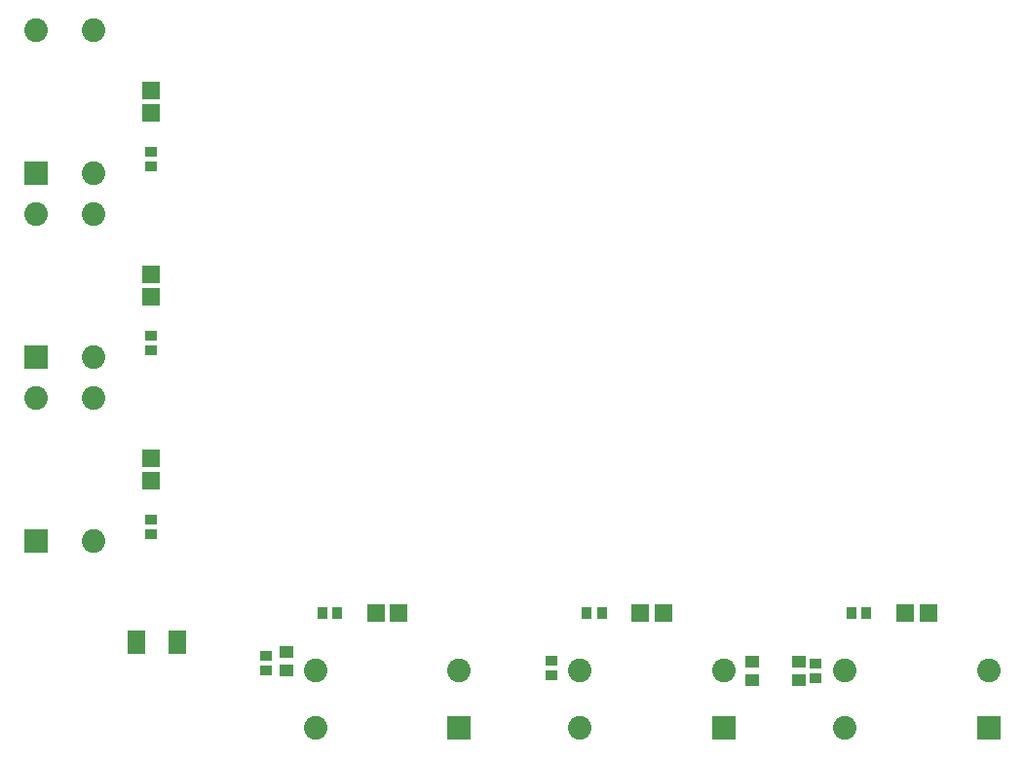
<source format=gts>
G04*
G04 #@! TF.GenerationSoftware,Altium Limited,Altium Designer,23.3.1 (30)*
G04*
G04 Layer_Color=8388736*
%FSLAX44Y44*%
%MOMM*%
G71*
G04*
G04 #@! TF.SameCoordinates,351FD183-007B-45CA-81C2-1D2A0FC3FDAE*
G04*
G04*
G04 #@! TF.FilePolarity,Negative*
G04*
G01*
G75*
%ADD15R,1.0500X0.9000*%
%ADD18R,1.5000X1.6000*%
%ADD19R,0.9000X1.0500*%
%ADD20R,1.1500X1.0000*%
%ADD21R,1.5000X2.1000*%
%ADD22R,1.6000X1.5000*%
%ADD23C,0.1000*%
%ADD24C,2.0500*%
%ADD25R,2.0500X2.0500*%
%ADD26R,2.0500X2.0500*%
D15*
X715000Y81000D02*
D03*
Y94000D02*
D03*
X485000Y83500D02*
D03*
Y96500D02*
D03*
X237500Y87500D02*
D03*
Y100500D02*
D03*
X137500Y219000D02*
D03*
Y206000D02*
D03*
Y379000D02*
D03*
Y366000D02*
D03*
Y539000D02*
D03*
Y526000D02*
D03*
D18*
X812500Y137500D02*
D03*
X792500D02*
D03*
X562500D02*
D03*
X582500D02*
D03*
X352500D02*
D03*
X332500D02*
D03*
D19*
X746000D02*
D03*
X759000D02*
D03*
X529000D02*
D03*
X516000D02*
D03*
X286000D02*
D03*
X299000D02*
D03*
D20*
X700000Y79500D02*
D03*
Y95500D02*
D03*
X660000D02*
D03*
Y79500D02*
D03*
X255000Y103500D02*
D03*
Y87500D02*
D03*
D21*
X160500Y112500D02*
D03*
X124500D02*
D03*
D22*
X137500Y252500D02*
D03*
Y272500D02*
D03*
Y412500D02*
D03*
Y432500D02*
D03*
Y592500D02*
D03*
Y572500D02*
D03*
D23*
X63640Y63640D02*
D03*
D24*
X510000Y87500D02*
D03*
Y37500D02*
D03*
X635000Y87500D02*
D03*
X865000D02*
D03*
X740000Y37500D02*
D03*
Y87500D02*
D03*
X280000D02*
D03*
Y37500D02*
D03*
X405000Y87500D02*
D03*
X87500Y645000D02*
D03*
X37500D02*
D03*
X87500Y520000D02*
D03*
Y360000D02*
D03*
X37500Y485000D02*
D03*
X87500D02*
D03*
Y200000D02*
D03*
X37500Y325000D02*
D03*
X87500D02*
D03*
D25*
X635000Y37500D02*
D03*
X865000D02*
D03*
X405000D02*
D03*
D26*
X37500Y520000D02*
D03*
Y360000D02*
D03*
Y200000D02*
D03*
M02*

</source>
